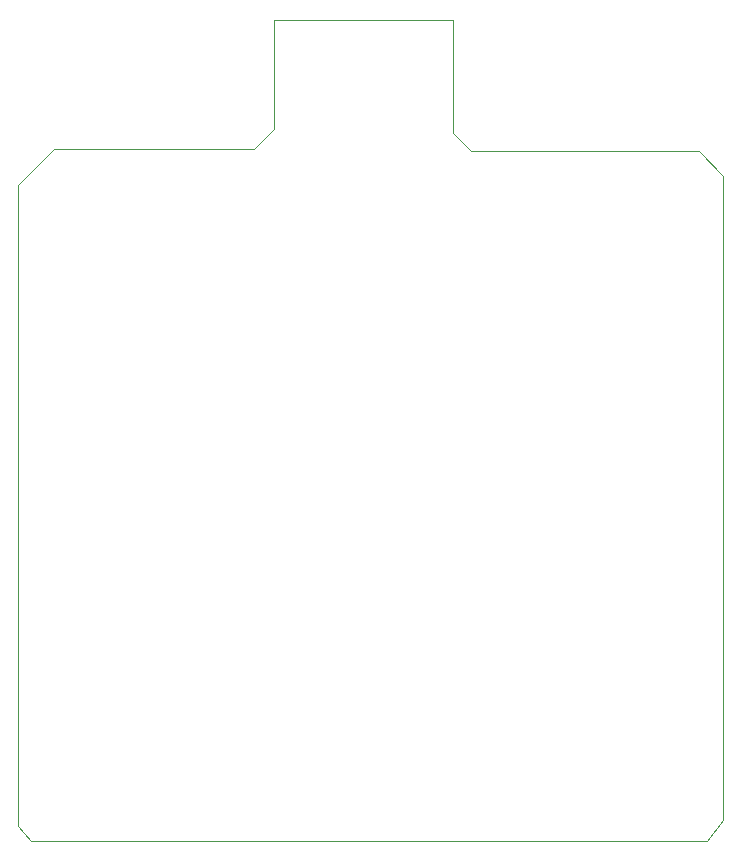
<source format=gm1>
G04 #@! TF.GenerationSoftware,KiCad,Pcbnew,8.0.1*
G04 #@! TF.CreationDate,2025-01-27T18:08:07-06:00*
G04 #@! TF.ProjectId,level-shifter,6c657665-6c2d-4736-9869-667465722e6b,rev?*
G04 #@! TF.SameCoordinates,Original*
G04 #@! TF.FileFunction,Profile,NP*
%FSLAX46Y46*%
G04 Gerber Fmt 4.6, Leading zero omitted, Abs format (unit mm)*
G04 Created by KiCad (PCBNEW 8.0.1) date 2025-01-27 18:08:07*
%MOMM*%
%LPD*%
G01*
G04 APERTURE LIST*
G04 #@! TA.AperFunction,Profile*
%ADD10C,0.050000*%
G04 #@! TD*
G04 APERTURE END LIST*
D10*
X177950000Y-60700000D02*
X175900000Y-58650000D01*
X118250000Y-61500000D02*
X118300000Y-61450000D01*
X139900000Y-47550000D02*
X139900000Y-56750000D01*
X119360000Y-117050000D02*
X176590000Y-117050000D01*
X155100000Y-47550000D02*
X139900000Y-47550000D01*
X118250000Y-115730000D02*
X119360000Y-117050000D01*
X175900000Y-58650000D02*
X156650000Y-58650000D01*
X121300000Y-58450000D02*
X118300000Y-61450000D01*
X118250000Y-63450000D02*
X118250000Y-115730000D01*
X139900000Y-56750000D02*
X138200000Y-58450000D01*
X156650000Y-58650000D02*
X155100000Y-57100000D01*
X155100000Y-57100000D02*
X155100000Y-47550000D01*
X177950000Y-115230000D02*
X177950000Y-60700000D01*
X177950000Y-115230000D02*
X176590000Y-117050000D01*
X118250000Y-63450000D02*
X118250000Y-61500000D01*
X138200000Y-58450000D02*
X121300000Y-58450000D01*
M02*

</source>
